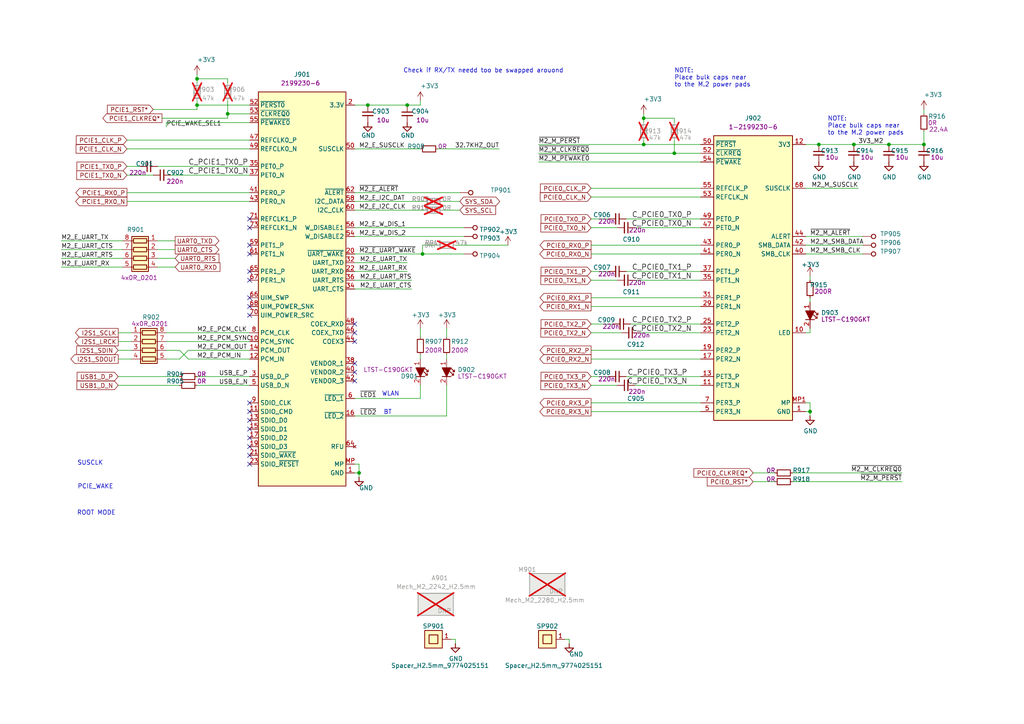
<source format=kicad_sch>
(kicad_sch (version 20231120) (generator "eeschema") (generator_version "8.0")
  (paper "A4")
  (junction (at 195.58 44.45))
  (junction (at 247.65 41.91))
  (junction (at 66.04 33.02))
  (junction (at 186.69 34.29))
  (junction (at 257.81 41.91))
  (junction (at 106.68 30.48))
  (junction (at 267.97 41.91))
  (junction (at 118.11 30.48))
  (junction (at 234.95 119.38))
  (junction (at 57.15 30.48))
  (junction (at 237.49 41.91))
  (junction (at 104.14 137.16))
  (junction (at 57.15 22.86))
  (junction (at 122.555 73.66))
  (junction (at 186.69 41.91))
  (no_connect (at 72.39 127))
  (no_connect (at 72.39 119.38))
  (no_connect (at 72.39 132.08))
  (no_connect (at 72.39 86.36))
  (no_connect (at 72.39 88.9))
  (no_connect (at 72.39 116.84))
  (no_connect (at 72.39 73.66))
  (no_connect (at 72.39 134.62))
  (no_connect (at 72.39 124.46))
  (no_connect (at 102.87 110.49))
  (no_connect (at 72.39 121.92))
  (no_connect (at 102.87 96.52))
  (no_connect (at 72.39 66.04))
  (no_connect (at 72.39 78.74))
  (no_connect (at 72.39 63.5))
  (no_connect (at 102.87 105.41))
  (no_connect (at 72.39 129.54))
  (no_connect (at 72.39 91.44))
  (no_connect (at 72.39 81.28))
  (no_connect (at 102.87 93.98))
  (no_connect (at 102.87 107.95))
  (no_connect (at 72.39 71.12))
  (no_connect (at 102.87 99.06))
  (wire (pts (xy 233.68 41.91) (xy 237.49 41.91)))
  (wire (pts (xy 233.68 71.12) (xy 250.19 71.12)))
  (wire (pts (xy 45.72 48.26) (xy 72.39 48.26)))
  (wire (pts (xy 203.2 86.36) (xy 171.45 86.36)))
  (wire (pts (xy 66.04 33.02) (xy 72.39 33.02)))
  (wire (pts (xy 234.95 116.84) (xy 233.68 116.84)))
  (wire (pts (xy 66.04 29.21) (xy 66.04 33.02)))
  (wire (pts (xy 121.92 95.25) (xy 121.92 97.79)))
  (wire (pts (xy 203.2 54.61) (xy 171.45 54.61)))
  (wire (pts (xy 57.15 30.48) (xy 72.39 30.48)))
  (wire (pts (xy 203.2 96.52) (xy 185.42 96.52)))
  (wire (pts (xy 203.2 66.04) (xy 184.15 66.04)))
  (wire (pts (xy 102.87 68.58) (xy 134.62 68.58)))
  (wire (pts (xy 203.2 101.6) (xy 171.45 101.6)))
  (wire (pts (xy 171.45 111.76) (xy 179.07 111.76)))
  (wire (pts (xy 36.83 48.26) (xy 40.64 48.26)))
  (wire (pts (xy 171.45 66.04) (xy 179.07 66.04)))
  (wire (pts (xy 66.04 34.29) (xy 66.04 33.02)))
  (wire (pts (xy 122.555 71.12) (xy 127 71.12)))
  (wire (pts (xy 102.87 76.2) (xy 118.11 76.2)))
  (wire (pts (xy 45.72 69.85) (xy 50.8 69.85)))
  (wire (pts (xy 203.2 88.9) (xy 171.45 88.9)))
  (wire (pts (xy 130.81 185.42) (xy 132.08 185.42)))
  (wire (pts (xy 203.2 111.76) (xy 184.15 111.76)))
  (wire (pts (xy 36.83 55.88) (xy 72.39 55.88)))
  (wire (pts (xy 34.29 104.14) (xy 38.1 104.14)))
  (wire (pts (xy 186.69 40.64) (xy 186.69 41.91)))
  (wire (pts (xy 171.45 93.98) (xy 177.8 93.98)))
  (wire (pts (xy 36.83 43.18) (xy 72.39 43.18)))
  (wire (pts (xy 267.97 31.75) (xy 267.97 33.02)))
  (wire (pts (xy 234.95 95.25) (xy 234.95 96.52)))
  (wire (pts (xy 233.68 54.61) (xy 248.92 54.61)))
  (wire (pts (xy 156.21 41.91) (xy 186.69 41.91)))
  (wire (pts (xy 203.2 93.98) (xy 182.88 93.98)))
  (wire (pts (xy 203.2 81.28) (xy 184.15 81.28)))
  (wire (pts (xy 102.87 58.42) (xy 123.19 58.42)))
  (wire (pts (xy 195.58 34.29) (xy 195.58 35.56)))
  (wire (pts (xy 257.81 41.91) (xy 247.65 41.91)))
  (wire (pts (xy 129.54 111.76) (xy 129.54 120.65)))
  (wire (pts (xy 48.26 35.56) (xy 72.39 35.56)))
  (wire (pts (xy 218.44 139.7) (xy 224.79 139.7)))
  (wire (pts (xy 128.27 60.96) (xy 133.35 60.96)))
  (wire (pts (xy 46.99 34.29) (xy 66.04 34.29)))
  (wire (pts (xy 34.29 99.06) (xy 38.1 99.06)))
  (wire (pts (xy 34.29 96.52) (xy 38.1 96.52)))
  (wire (pts (xy 127 43.18) (xy 144.78 43.18)))
  (wire (pts (xy 129.54 120.65) (xy 102.87 120.65)))
  (wire (pts (xy 129.54 102.87) (xy 129.54 104.14)))
  (wire (pts (xy 17.78 74.93) (xy 35.56 74.93)))
  (wire (pts (xy 129.54 95.25) (xy 129.54 97.79)))
  (wire (pts (xy 48.26 96.52) (xy 72.39 96.52)))
  (wire (pts (xy 104.14 134.62) (xy 104.14 137.16)))
  (wire (pts (xy 48.26 101.6) (xy 52.07 101.6)))
  (wire (pts (xy 181.61 109.22) (xy 203.2 109.22)))
  (wire (pts (xy 171.45 78.74) (xy 176.53 78.74)))
  (wire (pts (xy 44.45 31.75) (xy 57.15 31.75)))
  (wire (pts (xy 102.87 81.28) (xy 119.38 81.28)))
  (wire (pts (xy 186.69 41.91) (xy 203.2 41.91)))
  (wire (pts (xy 233.68 96.52) (xy 234.95 96.52)))
  (wire (pts (xy 17.78 69.85) (xy 35.56 69.85)))
  (wire (pts (xy 171.45 81.28) (xy 179.07 81.28)))
  (wire (pts (xy 121.92 29.21) (xy 121.92 30.48)))
  (wire (pts (xy 66.04 22.86) (xy 57.15 22.86)))
  (wire (pts (xy 156.21 46.99) (xy 203.2 46.99)))
  (wire (pts (xy 234.95 86.36) (xy 234.95 87.63)))
  (wire (pts (xy 203.2 78.74) (xy 181.61 78.74)))
  (wire (pts (xy 102.87 43.18) (xy 121.92 43.18)))
  (wire (pts (xy 203.2 63.5) (xy 181.61 63.5)))
  (wire (pts (xy 72.39 101.6) (xy 54.61 101.6)))
  (wire (pts (xy 229.87 139.7) (xy 261.62 139.7)))
  (wire (pts (xy 36.83 58.42) (xy 72.39 58.42)))
  (wire (pts (xy 45.72 74.93) (xy 50.8 74.93)))
  (wire (pts (xy 54.61 104.14) (xy 72.39 104.14)))
  (wire (pts (xy 203.2 57.15) (xy 171.45 57.15)))
  (wire (pts (xy 102.87 66.04) (xy 134.62 66.04)))
  (wire (pts (xy 48.26 104.14) (xy 52.07 104.14)))
  (wire (pts (xy 132.08 71.12) (xy 147.32 71.12)))
  (wire (pts (xy 121.92 115.57) (xy 121.92 111.76)))
  (wire (pts (xy 57.15 111.76) (xy 72.39 111.76)))
  (wire (pts (xy 267.97 41.91) (xy 257.81 41.91)))
  (wire (pts (xy 102.87 30.48) (xy 106.68 30.48)))
  (wire (pts (xy 45.72 72.39) (xy 50.8 72.39)))
  (wire (pts (xy 247.65 41.91) (xy 237.49 41.91)))
  (wire (pts (xy 36.83 40.64) (xy 72.39 40.64)))
  (wire (pts (xy 128.27 58.42) (xy 133.35 58.42)))
  (wire (pts (xy 34.29 111.76) (xy 52.07 111.76)))
  (wire (pts (xy 165.1 185.42) (xy 165.1 186.69)))
  (wire (pts (xy 203.2 116.84) (xy 171.45 116.84)))
  (wire (pts (xy 54.61 101.6) (xy 52.07 104.14)))
  (wire (pts (xy 17.78 72.39) (xy 35.56 72.39)))
  (wire (pts (xy 118.11 30.48) (xy 106.68 30.48)))
  (wire (pts (xy 195.58 44.45) (xy 203.2 44.45)))
  (wire (pts (xy 66.04 22.86) (xy 66.04 24.13)))
  (wire (pts (xy 203.2 104.14) (xy 171.45 104.14)))
  (wire (pts (xy 203.2 119.38) (xy 171.45 119.38)))
  (wire (pts (xy 104.14 138.43) (xy 104.14 137.16)))
  (wire (pts (xy 57.15 31.75) (xy 57.15 30.48)))
  (wire (pts (xy 102.87 60.96) (xy 123.19 60.96)))
  (wire (pts (xy 171.45 109.22) (xy 176.53 109.22)))
  (wire (pts (xy 72.39 50.8) (xy 49.53 50.8)))
  (wire (pts (xy 234.95 119.38) (xy 234.95 116.84)))
  (wire (pts (xy 118.11 30.48) (xy 121.92 30.48)))
  (wire (pts (xy 48.26 99.06) (xy 72.39 99.06)))
  (wire (pts (xy 163.83 185.42) (xy 165.1 185.42)))
  (wire (pts (xy 57.15 29.21) (xy 57.15 30.48)))
  (wire (pts (xy 203.2 73.66) (xy 171.45 73.66)))
  (wire (pts (xy 122.555 71.12) (xy 122.555 73.66)))
  (wire (pts (xy 132.08 185.42) (xy 132.08 186.69)))
  (wire (pts (xy 102.87 134.62) (xy 104.14 134.62)))
  (wire (pts (xy 234.95 80.01) (xy 234.95 81.28)))
  (wire (pts (xy 102.87 83.82) (xy 119.38 83.82)))
  (wire (pts (xy 17.78 77.47) (xy 35.56 77.47)))
  (wire (pts (xy 48.26 36.83) (xy 48.26 35.56)))
  (wire (pts (xy 229.87 137.16) (xy 261.62 137.16)))
  (wire (pts (xy 233.68 68.58) (xy 250.19 68.58)))
  (wire (pts (xy 34.29 101.6) (xy 38.1 101.6)))
  (wire (pts (xy 104.14 137.16) (xy 102.87 137.16)))
  (wire (pts (xy 218.44 137.16) (xy 224.79 137.16)))
  (wire (pts (xy 234.95 120.65) (xy 234.95 119.38)))
  (wire (pts (xy 121.92 102.87) (xy 121.92 104.14)))
  (wire (pts (xy 195.58 40.64) (xy 195.58 44.45)))
  (wire (pts (xy 102.87 73.66) (xy 122.555 73.66)))
  (wire (pts (xy 195.58 34.29) (xy 186.69 34.29)))
  (wire (pts (xy 233.68 119.38) (xy 234.95 119.38)))
  (wire (pts (xy 122.555 73.66) (xy 134.62 73.66)))
  (wire (pts (xy 57.15 22.86) (xy 57.15 24.13)))
  (wire (pts (xy 156.21 44.45) (xy 195.58 44.45)))
  (wire (pts (xy 45.72 77.47) (xy 50.8 77.47)))
  (wire (pts (xy 36.83 50.8) (xy 44.45 50.8)))
  (wire (pts (xy 186.69 33.02) (xy 186.69 34.29)))
  (wire (pts (xy 102.87 115.57) (xy 121.92 115.57)))
  (wire (pts (xy 52.07 101.6) (xy 54.61 104.14)))
  (wire (pts (xy 171.45 96.52) (xy 180.34 96.52)))
  (wire (pts (xy 186.69 34.29) (xy 186.69 35.56)))
  (wire (pts (xy 171.45 63.5) (xy 176.53 63.5)))
  (wire (pts (xy 233.68 73.66) (xy 250.19 73.66)))
  (wire (pts (xy 102.87 55.88) (xy 133.35 55.88)))
  (wire (pts (xy 203.2 71.12) (xy 171.45 71.12)))
  (wire (pts (xy 57.15 109.22) (xy 72.39 109.22)))
  (wire (pts (xy 34.29 109.22) (xy 52.07 109.22)))
  (wire (pts (xy 102.87 78.74) (xy 118.11 78.74)))
  (wire (pts (xy 57.15 21.59) (xy 57.15 22.86)))
  (wire (pts (xy 267.97 38.1) (xy 267.97 41.91)))
  (text "ROOT MODE" (at 27.94 148.844 0) (effects (font (size 1.27 1.27))))
  (text "SUSCLK" (at 26.162 134.366 0) (effects (font (size 1.27 1.27))))
  (text "NOTE:\nPlace bulk caps near \nto the M.2 power pads" (at 240.03 39.37 0) (effects (font (size 1.27 1.27)) (justify left bottom)))
  (text "PCIE_WAKE" (at 27.686 141.224 0) (effects (font (size 1.27 1.27))))
  (text "Check if RX/TX needd too be swapped arouond\n" (at 140.208 20.574 0) (effects (font (size 1.27 1.27))))
  (text "BT" (at 111.252 120.396 0) (effects (font (size 1.27 1.27)) (justify left bottom)))
  (text "NOTE:\nPlace bulk caps near \nto the M.2 power pads" (at 195.58 25.4 0) (effects (font (size 1.27 1.27)) (justify left bottom)))
  (text "WLAN\n" (at 110.744 115.062 0) (effects (font (size 1.27 1.27)) (justify left bottom)))
  (label "~{M2_M_CLKREQ0}" (at 156.21 44.45 0))
  (label "~{M2_M_CLKREQ0}" (at 261.62 137.16 180))
  (label "~{M2_M_ALERT}" (at 234.95 68.58 0))
  (label "M2_M_SUSCLK" (at 248.92 54.61 180))
  (label "~{M2_E_ALERT}" (at 104.14 55.88 0))
  (label "M2_E_UART_CTS" (at 119.38 83.82 180))
  (label "M2_E_SUSCLK" (at 104.14 43.18 0))
  (label "32.7KHZ_OUT" (at 144.78 43.18 180))
  (label "~{LED1}" (at 109.22 115.57 180))
  (label "M2_E_UART_RTS" (at 17.78 74.93 0))
  (label "M2_E_UART_RX" (at 17.78 77.47 0))
  (label "M2_E_UART_CTS" (at 17.78 72.39 0))
  (label "~{M2_M_PEWAKE0}" (at 156.21 46.99 0))
  (label "C_PCIE0_TX1_P" (at 200.66 78.74 180) (effects (font (size 1.524 1.524))))
  (label "M2_E_PCM_CLK" (at 57.15 96.52 0))
  (label "C_PCIE0_TX0_N" (at 200.66 66.04 180) (effects (font (size 1.524 1.524))))
  (label "C_PCIE0_TX3_P" (at 199.39 109.22 180) (effects (font (size 1.524 1.524))))
  (label "M2_E_UART_RTS" (at 119.38 81.28 180))
  (label "~{M2_M_PERST}" (at 261.62 139.7 180))
  (label "M2_E_W_DIS_1" (at 104.14 66.04 0))
  (label "C_PCIE0_TX1_N" (at 200.66 81.28 180) (effects (font (size 1.524 1.524))))
  (label "C_PCIE0_TX2_N" (at 200.66 96.52 180) (effects (font (size 1.524 1.524))))
  (label "~{LED2}" (at 109.22 120.65 180))
  (label "C_PCIE1_TX0_N" (at 54.61 50.8 0) (effects (font (size 1.524 1.524))))
  (label "M2_E_UART_TX" (at 17.78 69.85 0))
  (label "USB_E_P" (at 63.5 109.22 0))
  (label "M2_E_PCM_IN" (at 57.15 104.14 0))
  (label "M2_E_PCM_OUT" (at 57.15 101.6 0))
  (label "~{M2_E_UART_WAKE}" (at 104.14 73.66 0))
  (label "3V3_M2" (at 248.92 41.91 0))
  (label "M2_E_W_DIS_2" (at 104.14 68.58 0))
  (label "PCIE_WAKE_SEL1" (at 48.26 36.83 0))
  (label "USB_E_N" (at 63.5 111.76 0))
  (label "M2_E_PCM_SYNC" (at 57.15 99.06 0))
  (label "C_PCIE1_TX0_P" (at 54.61 48.26 0) (effects (font (size 1.524 1.524))))
  (label "C_PCIE0_TX0_P" (at 200.66 63.5 180) (effects (font (size 1.524 1.524))))
  (label "M2_M_SMB_CLK" (at 234.95 73.66 0))
  (label "M2_E_UART_RX" (at 118.11 78.74 180))
  (label "M2_E_I2C_DAT" (at 104.14 58.42 0))
  (label "M2_E_UART_TX" (at 118.11 76.2 180))
  (label "M2_E_I2C_CLK" (at 104.14 60.96 0))
  (label "~{M2_M_PERST}" (at 156.21 41.91 0))
  (label "C_PCIE0_TX2_P" (at 200.66 93.98 180) (effects (font (size 1.524 1.524))))
  (label "C_PCIE0_TX3_N" (at 199.39 111.76 180) (effects (font (size 1.524 1.524))))
  (label "M2_M_SMB_DATA" (at 234.95 71.12 0))
  (global_label "UART0_RXD" (shape input) (at 50.8 77.47 0) (property "Intersheetrefs" "${INTERSHEET_REFS}" (effects (hide yes))))
  (global_label "PCIE1_RX0_N" (shape output) (at 36.83 58.42 180) (property "Intersheetrefs" "${INTERSHEET_REFS}" (effects (hide yes))))
  (global_label "PCIE0_TX2_N" (shape input) (at 171.45 96.52 180) (property "Intersheetrefs" "${INTERSHEET_REFS}" (effects (hide yes))))
  (global_label "PCIE1_RST*" (shape input) (at 44.45 31.75 180) (property "Intersheetrefs" "${INTERSHEET_REFS}" (effects (hide yes))))
  (global_label "PCIE1_TX0_P" (shape input) (at 36.83 48.26 180) (property "Intersheetrefs" "${INTERSHEET_REFS}" (effects (hide yes))))
  (global_label "PCIE0_TX3_P" (shape input) (at 171.45 109.22 180) (property "Intersheetrefs" "${INTERSHEET_REFS}" (effects (hide yes))))
  (global_label "I2S1_SCLK" (shape output) (at 34.29 96.52 180) (property "Intersheetrefs" "${INTERSHEET_REFS}" (effects (hide yes))))
  (global_label "PCIE0_CLK_P" (shape input) (at 171.45 54.61 180) (property "Intersheetrefs" "${INTERSHEET_REFS}" (effects (hide yes))))
  (global_label "I2S1_SDIN" (shape input) (at 34.29 101.6 180) (property "Intersheetrefs" "${INTERSHEET_REFS}" (effects (hide yes))))
  (global_label "I2S1_SDOUT" (shape output) (at 34.29 104.14 180) (property "Intersheetrefs" "${INTERSHEET_REFS}" (effects (hide yes))))
  (global_label "USB1_D_N" (shape input) (at 34.29 111.76 180) (property "Intersheetrefs" "${INTERSHEET_REFS}" (effects (hide yes))))
  (global_label "PCIE0_RST*" (shape input) (at 218.44 139.7 180) (property "Intersheetrefs" "${INTERSHEET_REFS}" (effects (hide yes))))
  (global_label "PCIE0_TX3_N" (shape input) (at 171.45 111.76 180) (property "Intersheetrefs" "${INTERSHEET_REFS}" (effects (hide yes))))
  (global_label "PCIE1_CLKREQ*" (shape output) (at 46.99 34.29 180) (property "Intersheetrefs" "${INTERSHEET_REFS}" (effects (hide yes))))
  (global_label "PCIE0_TX0_N" (shape input) (at 171.45 66.04 180) (property "Intersheetrefs" "${INTERSHEET_REFS}" (effects (hide yes))))
  (global_label "PCIE0_TX0_P" (shape input) (at 171.45 63.5 180) (property "Intersheetrefs" "${INTERSHEET_REFS}" (effects (hide yes))))
  (global_label "PCIE1_TX0_N" (shape input) (at 36.83 50.8 180) (property "Intersheetrefs" "${INTERSHEET_REFS}" (effects (hide yes))))
  (global_label "PCIE0_RX2_P" (shape output) (at 171.45 101.6 180) (property "Intersheetrefs" "${INTERSHEET_REFS}" (effects (hide yes))))
  (global_label "PCIE0_RX1_N" (shape output) (at 171.45 88.9 180) (property "Intersheetrefs" "${INTERSHEET_REFS}" (effects (hide yes))))
  (global_label "SYS_SDA" (shape bidirectional) (at 133.35 58.42 0) (property "Intersheetrefs" "${INTERSHEET_REFS}" (effects (hide yes))))
  (global_label "PCIE0_TX1_P" (shape input) (at 171.45 78.74 180) (property "Intersheetrefs" "${INTERSHEET_REFS}" (effects (hide yes))))
  (global_label "PCIE0_RX3_N" (shape output) (at 171.45 119.38 180) (property "Intersheetrefs" "${INTERSHEET_REFS}" (effects (hide yes))))
  (global_label "PCIE0_CLKREQ*" (shape input) (at 218.44 137.16 180) (property "Intersheetrefs" "${INTERSHEET_REFS}" (effects (hide yes))))
  (global_label "UART0_CTS" (shape output) (at 50.8 72.39 0) (property "Intersheetrefs" "${INTERSHEET_REFS}" (effects (hide yes))))
  (global_label "SYS_SCL" (shape input) (at 133.35 60.96 0) (property "Intersheetrefs" "${INTERSHEET_REFS}" (effects (hide yes))))
  (global_label "PCIE0_RX0_P" (shape output) (at 171.45 71.12 180) (property "Intersheetrefs" "${INTERSHEET_REFS}" (effects (hide yes))))
  (global_label "PCIE0_RX3_P" (shape output) (at 171.45 116.84 180) (property "Intersheetrefs" "${INTERSHEET_REFS}" (effects (hide yes))))
  (global_label "PCIE1_CLK_P" (shape input) (at 36.83 40.64 180) (property "Intersheetrefs" "${INTERSHEET_REFS}" (effects (hide yes))))
  (global_label "UART0_RTS" (shape input) (at 50.8 74.93 0) (property "Intersheetrefs" "${INTERSHEET_REFS}" (effects (hide yes))))
  (global_label "UART0_TXD" (shape output) (at 50.8 69.85 0) (property "Intersheetrefs" "${INTERSHEET_REFS}" (effects (hide yes))))
  (global_label "PCIE0_RX2_N" (shape output) (at 171.45 104.14 180) (property "Intersheetrefs" "${INTERSHEET_REFS}" (effects (hide yes))))
  (global_label "PCIE0_TX1_N" (shape input) (at 171.45 81.28 180) (property "Intersheetrefs" "${INTERSHEET_REFS}" (effects (hide yes))))
  (global_label "I2S1_LRCK" (shape output) (at 34.29 99.06 180) (property "Intersheetrefs" "${INTERSHEET_REFS}" (effects (hide yes))))
  (global_label "PCIE0_RX1_P" (shape output) (at 171.45 86.36 180) (property "Intersheetrefs" "${INTERSHEET_REFS}" (effects (hide yes))))
  (global_label "PCIE1_CLK_N" (shape input) (at 36.83 43.18 180) (property "Intersheetrefs" "${INTERSHEET_REFS}" (effects (hide yes))))
  (global_label "PCIE0_RX0_N" (shape output) (at 171.45 73.66 180) (property "Intersheetrefs" "${INTERSHEET_REFS}" (effects (hide yes))))
  (global_label "PCIE1_RX0_P" (shape output) (at 36.83 55.88 180) (property "Intersheetrefs" "${INTERSHEET_REFS}" (effects (hide yes))))
  (global_label "PCIE0_TX2_P" (shape input) (at 171.45 93.98 180) (property "Intersheetrefs" "${INTERSHEET_REFS}" (effects (hide yes))))
  (global_label "USB1_D_P" (shape input) (at 34.29 109.22 180) (property "Intersheetrefs" "${INTERSHEET_REFS}" (effects (hide yes))))
  (global_label "PCIE0_CLK_N" (shape input) (at 171.45 57.15 180) (property "Intersheetrefs" "${INTERSHEET_REFS}" (effects (hide yes))))
  (symbol (lib_id "jetson-orin-baseboard:+3V3") (at 147.32 71.12 0) (unit 1)
    (property "Reference" "#PWR0908" (effects (hide yes)))
    (property "Value" "+3V3" (at 144.78 67.945 0) (effects (justify left bottom)))
  )
  (symbol (lib_id "jetson-orin-baseboard:R_0R_0402") (at 224.79 137.16 0) (unit 1)
    (property "Reference" "R917" (at 229.87 137.16 0) (effects (justify left bottom)))
    (property "Value" "R_0R_0402" (effects (hide yes)))
    (property "Footprint" "jetson-orin-baseboard-footprints:R_0402_1005Metric" (effects (hide yes)))
    (property "Datasheet" "https://industrial.panasonic.com/cdbs/www-data/pdf/RDA0000/AOA0000C301.pdf" (effects (hide yes)))
    (property "Manufacturer" "Panasonic" (effects (hide yes)))
    (property "MPN" "ERJ2GE0R00X" (effects (hide yes)))
    (property "Val" "0R" (at 222.25 137.16 0) (effects (justify left bottom)))
    (property "License" "Apache-2.0" (effects (hide yes)))
    (property "Author" "Antmicro" (effects (hide yes)))
    (property "Current" "1A" (effects (hide yes)))
  )
  (symbol (lib_id "jetson-orin-baseboard:C_10u_0603") (at 118.11 30.48 90) (mirror x) (unit 1)
    (property "Reference" "C904" (at 124.46 33.02 90) (effects (justify left bottom)))
    (property "Value" "20uF" (effects (hide yes)))
    (property "Footprint" "Capacitor_SMD:C_0603_1608Metric" (effects (hide yes)))
    (property "Datasheet" " " (effects (hide yes)))
    (property "Manufacturer" "Murata" (effects (hide yes)))
    (property "MPN" "GRM188R61A106KE69D" (effects (hide yes)))
    (property "Val" "10u" (at 124.46 35.56 90) (effects (justify left bottom)))
    (property "License" "Apache-2.0" (effects (hide yes)))
    (property "Author" "Antmicro" (effects (hide yes)))
  )
  (symbol (lib_id "jetson-orin-baseboard:TP_0.75mm_SMD") (at 250.19 68.58 0) (unit 1)
    (property "Reference" "TP905" (at 255.27 68.5799 0) (effects (justify left bottom)))
    (property "Value" "TP_0.75mm_SMD" (effects (hide yes)))
    (property "Footprint" "TestPoint:TestPoint_Pad_D1.0mm" (effects (hide yes)))
    (property "Author" "Antmicro" (effects (hide yes)))
    (property "License" "Apache-2.0" (effects (hide yes)))
  )
  (symbol (lib_id "jetson-orin-baseboard:TP_0.75mm_SMD") (at 250.19 73.66 0) (unit 1)
    (property "Reference" "TP907" (at 255.27 73.6599 0) (effects (justify left bottom)))
    (property "Value" "TP_0.75mm_SMD" (effects (hide yes)))
    (property "Footprint" "TestPoint:TestPoint_Pad_D1.0mm" (effects (hide yes)))
    (property "Author" "Antmicro" (effects (hide yes)))
    (property "License" "Apache-2.0" (effects (hide yes)))
  )
  (symbol (lib_id "jetson-orin-baseboard:GND") (at 234.95 120.65 0) (unit 1)
    (property "Reference" "#PWR0912" (effects (hide yes)))
    (property "Value" "GND" (at 233.045 125.73 0) (effects (justify left bottom)))
    (property "Author" "Antmicro" (effects (hide yes)))
    (property "License" "Apache-2.0" (effects (hide yes)))
  )
  (symbol (lib_id "jetson-orin-baseboard:R_0R_0402") (at 52.07 109.22 0) (unit 1)
    (property "Reference" "R904" (at 48.26 109.22 0) (effects (justify left bottom)))
    (property "Value" "0R" (effects (hide yes)))
    (property "Footprint" "Resistor_SMD:R_0603_1608Metric" (effects (hide yes)))
    (property "Datasheet" "https://industrial.panasonic.com/cdbs/www-data/pdf/RDA0000/AOA0000C301.pdf" (effects (hide yes)))
    (property "Manufacturer" "Panasonic" (effects (hide yes)))
    (property "MPN" "ERJ2GE0R00X" (effects (hide yes)))
    (property "Val" "0R" (at 57.15 109.22 0) (effects (justify left bottom)))
    (property "License" "Apache-2.0" (effects (hide yes)))
    (property "Author" "Antmicro" (effects (hide yes)))
    (property "Current" "1A" (effects (hide yes)))
  )
  (symbol (lib_id "jetson-orin-baseboard:+3V3") (at 234.95 80.01 0) (unit 1)
    (property "Reference" "#PWR0911" (effects (hide yes)))
    (property "Value" "+3V3" (at 232.41 77.47 0) (effects (justify left bottom)))
  )
  (symbol (lib_id "jetson-orin-baseboard:C_220n_0402") (at 184.15 66.04 180) (unit 1)
    (property "Reference" "C910" (at 185.674 68.707 0) (effects (justify left bottom)))
    (property "Value" "220nF" (effects (hide yes)))
    (property "Footprint" "Capacitor_SMD:C_0603_1608Metric" (effects (hide yes)))
    (property "Datasheet" " " (effects (hide yes)))
    (property "Manufacturer" "Yaego" (effects (hide yes)))
    (property "MPN" "CC0402KRX5R6BB224" (effects (hide yes)))
    (property "Val" "220n" (at 187.325 66.04 0) (effects (justify left bottom)))
    (property "License" "Apache-2.0" (effects (hide yes)))
    (property "Author" "Antmicro" (effects (hide yes)))
  )
  (symbol (lib_id "jetson-orin-baseboard:GND") (at 165.1 186.69 0) (unit 1)
    (property "Reference" "#PWR0918" (effects (hide yes)))
    (property "Value" "GND" (at 165.1 190.5 0) (effects (justify left bottom)))
    (property "Author" "Antmicro" (effects (hide yes)))
    (property "License" "Apache-2.0" (effects (hide yes)))
  )
  (symbol (lib_id "jetson-orin-baseboard:R_4x0R_0201_array") (at 38.1 96.52 0) (unit 1)
    (property "Reference" "R902" (at 41.275 92.71 0) (effects (justify left bottom)))
    (property "Value" "R_4x0R_0201_array" (effects (hide yes)))
    (property "Footprint" "jetson-orin-baseboard-footprints:R_Array_4x0201_Panasonic_EXB18V" (effects (hide yes)))
    (property "Datasheet" "http://industrial.panasonic.com/cdbs/www-data/pdf/AOC0000/AOC0000C14.pdf" (effects (hide yes)))
    (property "MPN" "EXB-18VR000X" (effects (hide yes)))
    (property "Manufacturer" "Panasonic" (effects (hide yes)))
    (property "Val" "4x0R_0201" (at 38.1 94.615 0) (effects (justify left bottom)))
    (property "Author" "Antmicro" (effects (hide yes)))
    (property "License" "Apache-2.0" (effects (hide yes)))
  )
  (symbol (lib_id "jetson-orin-baseboard:LED_G_0603_LTST-C190GKT") (at 129.54 104.14 270) (unit 1)
    (property "Reference" "D902" (at 132.715 107.95 90) (effects (justify left bottom)))
    (property "Value" "LED_G_0603_LTST-C190GKT" (effects (hide yes)))
    (property "Footprint" "jetson-orin-baseboard-footprints:LED_0603_1608Metric_G" (effects (hide yes)))
    (property "Datasheet" "https://media.digikey.com/pdf/Data%20Sheets/Lite-On%20PDFs/LTST-C190GKT.pdf" (effects (hide yes)))
    (property "MPN" "LTST-C190GKT" (at 132.715 109.855 90) (effects (justify left bottom)))
    (property "Manufacturer" "Lite-On Inc." (effects (hide yes)))
    (property "Author" "Antmicro" (effects (hide yes)))
    (property "License" "Apache-2.0" (effects (hide yes)))
  )
  (symbol (lib_id "jetson-orin-baseboard:LED_G_0603_LTST-C190GKT") (at 234.95 87.63 270) (unit 1)
    (property "Reference" "D903" (at 238.125 91.44 90) (effects (justify left bottom)))
    (property "Value" "LED_G_0603_LTST-C190GKT" (effects (hide yes)))
    (property "Footprint" "jetson-orin-baseboard-footprints:LED_0603_1608Metric_G" (effects (hide yes)))
    (property "Datasheet" "https://media.digikey.com/pdf/Data%20Sheets/Lite-On%20PDFs/LTST-C190GKT.pdf" (effects (hide yes)))
    (property "MPN" "LTST-C190GKT" (at 238.125 93.345 90) (effects (justify left bottom)))
    (property "Manufacturer" "Lite-On Inc." (effects (hide yes)))
    (property "Author" "Antmicro" (effects (hide yes)))
    (property "License" "Apache-2.0" (effects (hide yes)))
  )
  (symbol (lib_id "jetson-orin-baseboard:R_0R_0402") (at 123.19 58.42 0) (unit 1) (in_bom no) (dnp yes)
    (property "Reference" "R909" (at 119.38 58.42 0) (effects (justify left bottom)))
    (property "Value" "0R" (effects (hide yes)))
    (property "Footprint" "Resistor_SMD:R_0603_1608Metric" (effects (hide yes)))
    (property "Datasheet" "https://industrial.panasonic.com/cdbs/www-data/pdf/RDA0000/AOA0000C301.pdf" (effects (hide yes)))
    (property "Manufacturer" "Panasonic" (effects (hide yes)))
    (property "MPN" "ERJ2GE0R00X" (effects (hide yes)))
    (property "Val" "0R" (at 128.27 58.42 0) (effects (justify left bottom)))
    (property "License" "Apache-2.0" (effects (hide yes)))
    (property "Author" "Antmicro" (effects (hide yes)))
    (property "Current" "1A" (effects (hide yes)))
    (property "DNP" "DNP" (at 125.73 58.42 0))
  )
  (symbol (lib_id "jetson-orin-baseboard:R_4x0R_0201_array") (at 45.72 69.85 0) (mirror y) (unit 1)
    (property "Reference" "R901" (at 41.91 67.31 0) (effects (justify left bottom)))
    (property "Value" "R_4x0R_0201_array" (effects (hide yes)))
    (property "Footprint" "jetson-orin-baseboard-footprints:R_Array_4x0201_Panasonic_EXB18V" (effects (hide yes)))
    (property "Datasheet" "http://industrial.panasonic.com/cdbs/www-data/pdf/AOC0000/AOC0000C14.pdf" (effects (hide yes)))
    (property "MPN" "EXB-18VR000X" (effects (hide yes)))
    (property "Manufacturer" "Panasonic" (effects (hide yes)))
    (property "Val" "4x0R_0201" (at 45.72 81.28 0) (effects (justify left bottom)))
    (property "Author" "Antmicro" (effects (hide yes)))
    (property "License" "Apache-2.0" (effects (hide yes)))
  )
  (symbol (lib_id "jetson-orin-baseboard:Bus_M.2_1-2199230-6") (at 203.2 41.91 0) (unit 1)
    (property "Reference" "J902" (at 218.44 34.29 0))
    (property "Value" "Bus_M.2_1-2199230-6" (effects (hide yes)))
    (property "Footprint" "jetson-orin-baseboard-footprints:Bus_M.2_Socket_Key_M_TE_1-2199230-6" (effects (hide yes)))
    (property "Datasheet" "https://www.te.com/commerce/DocumentDelivery/DDEController?Action=srchrtrv&DocNm=2199230&DocType=Customer+Drawing&DocLang=English" (effects (hide yes)))
    (property "Manufacturer" "TE Connectivity" (effects (hide yes)))
    (property "MPN" "1-2199230-6" (at 218.44 36.83 0))
    (property "Author" "Antmicro" (effects (hide yes)))
    (property "License" "Apache-2.0" (effects (hide yes)))
  )
  (symbol (lib_id "jetson-orin-baseboard:C_10u_0603") (at 106.68 30.48 90) (mirror x) (unit 1)
    (property "Reference" "C903" (at 113.03 33.02 90) (effects (justify left bottom)))
    (property "Value" "20uF" (effects (hide yes)))
    (property "Footprint" "Capacitor_SMD:C_0603_1608Metric" (effects (hide yes)))
    (property "Datasheet" " " (effects (hide yes)))
    (property "Manufacturer" "Murata" (effects (hide yes)))
    (property "MPN" "GRM188R61A106KE69D" (effects (hide yes)))
    (property "Val" "10u" (at 113.03 35.56 90) (effects (justify left bottom)))
    (property "License" "Apache-2.0" (effects (hide yes)))
    (property "Author" "Antmicro" (effects (hide yes)))
  )
  (symbol (lib_id "jetson-orin-baseboard:R_0R_0402") (at 121.92 43.18 0) (unit 1)
    (property "Reference" "R908" (at 118.11 43.18 0) (effects (justify left bottom)))
    (property "Value" "0R" (effects (hide yes)))
    (property "Footprint" "Resistor_SMD:R_0603_1608Metric" (effects (hide yes)))
    (property "Datasheet" "https://industrial.panasonic.com/cdbs/www-data/pdf/RDA0000/AOA0000C301.pdf" (effects (hide yes)))
    (property "Manufacturer" "Panasonic" (effects (hide yes)))
    (property "MPN" "ERJ2GE0R00X" (effects (hide yes)))
    (property "Val" "0R" (at 127 43.18 0) (effects (justify left bottom)))
    (property "License" "Apache-2.0" (effects (hide yes)))
    (property "Author" "Antmicro" (effects (hide yes)))
    (property "Current" "1A" (effects (hide yes)))
  )
  (symbol (lib_id "jetson-orin-baseboard:R_0R_0402") (at 52.07 111.76 0) (mirror x) (unit 1)
    (property "Reference" "R905" (at 48.26 109.855 0) (effects (justify left bottom)))
    (property "Value" "0R" (effects (hide yes)))
    (property "Footprint" "Resistor_SMD:R_0603_1608Metric" (effects (hide yes)))
    (property "Datasheet" "https://industrial.panasonic.com/cdbs/www-data/pdf/RDA0000/AOA0000C301.pdf" (effects (hide yes)))
    (property "Manufacturer" "Panasonic" (effects (hide yes)))
    (property "MPN" "ERJ2GE0R00X" (effects (hide yes)))
    (property "Val" "0R" (at 57.15 109.855 0) (effects (justify left bottom)))
    (property "License" "Apache-2.0" (effects (hide yes)))
    (property "Author" "Antmicro" (effects (hide yes)))
    (property "Current" "1A" (effects (hide yes)))
  )
  (symbol (lib_id "jetson-orin-baseboard:R_47k_0402") (at 127 71.12 0) (unit 1) (in_bom no) (dnp yes)
    (property "Reference" "R911" (at 123.19 71.12 0) (effects (justify left bottom)))
    (property "Value" "47K" (effects (hide yes)))
    (property "Footprint" "Resistor_SMD:R_0603_1608Metric" (effects (hide yes)))
    (property "Datasheet" "https://www.bourns.com/docs/product-datasheets/cr.pdf" (effects (hide yes)))
    (property "Manufacturer" "Bourns" (effects (hide yes)))
    (property "MPN" "CR0402-FX-4702GLF" (effects (hide yes)))
    (property "Val" "47k" (at 132.08 71.12 0) (effects (justify left bottom)))
    (property "License" "Apache-2.0" (effects (hide yes)))
    (property "Author" "Antmicro" (effects (hide yes)))
    (property "Tolerance" "1%" (effects (hide yes)))
    (property "DNP" "DNP" (at 124.968 71.12 0))
  )
  (symbol (lib_id "jetson-orin-baseboard:TP_0.75mm_SMD") (at 134.62 68.58 0) (unit 1)
    (property "Reference" "TP903" (at 139.065 69.85 0) (effects (justify left bottom)))
    (property "Value" "TP_0.75mm_SMD" (effects (hide yes)))
    (property "Footprint" "TestPoint:TestPoint_Pad_D1.0mm" (effects (hide yes)))
    (property "Author" "Antmicro" (effects (hide yes)))
    (property "License" "Apache-2.0" (effects (hide yes)))
  )
  (symbol (lib_id "jetson-orin-baseboard:R_200R_0402") (at 121.92 102.87 90) (unit 1)
    (property "Reference" "R907" (at 123.19 99.06 90) (effects (justify right)))
    (property "Value" "200R" (effects (hide yes)))
    (property "Footprint" "Resistor_SMD:R_0603_1608Metric" (effects (hide yes)))
    (property "Datasheet" "https://www.bourns.com/docs/product-datasheets/cr.pdf" (effects (hide yes)))
    (property "Manufacturer" "Bourns" (effects (hide yes)))
    (property "MPN" "CR0402-FX-2000GLF" (effects (hide yes)))
    (property "Val" "200R" (at 123.19 101.6 90) (effects (justify right)))
    (property "License" "Apache-2.0" (effects (hide yes)))
    (property "Author" "Antmicro" (effects (hide yes)))
    (property "Tolerance" "1%" (effects (hide yes)))
  )
  (symbol (lib_id "jetson-orin-baseboard:GND") (at 267.97 46.99 0) (unit 1)
    (property "Reference" "#PWR0917" (effects (hide yes)))
    (property "Value" "GND" (at 266.065 52.07 0) (effects (justify left bottom)))
    (property "Author" "Antmicro" (effects (hide yes)))
    (property "License" "Apache-2.0" (effects (hide yes)))
  )
  (symbol (lib_id "jetson-orin-baseboard:+3V3") (at 267.97 31.75 0) (unit 1)
    (property "Reference" "#PWR0916" (effects (hide yes)))
    (property "Value" "+3V3" (at 267.97 28.194 0) (effects (justify left bottom)))
  )
  (symbol (lib_id "jetson-orin-baseboard:C_10u_0603") (at 247.65 41.91 90) (mirror x) (unit 1)
    (property "Reference" "C914" (at 253.365 44.45 90) (effects (justify left bottom)))
    (property "Value" "20uF" (effects (hide yes)))
    (property "Footprint" "Capacitor_SMD:C_0603_1608Metric" (effects (hide yes)))
    (property "Datasheet" " " (effects (hide yes)))
    (property "Manufacturer" "Murata" (effects (hide yes)))
    (property "MPN" "GRM188R61A106KE69D" (effects (hide yes)))
    (property "Val" "10u" (at 253.365 46.355 90) (effects (justify left bottom)))
    (property "License" "Apache-2.0" (effects (hide yes)))
    (property "Author" "Antmicro" (effects (hide yes)))
  )
  (symbol (lib_id "jetson-orin-baseboard:R_47k_0402") (at 66.04 24.13 90) (mirror x) (unit 1) (in_bom no) (dnp yes)
    (property "Reference" "R906" (at 71.12 26.67 90) (effects (justify left bottom)))
    (property "Value" "47K" (effects (hide yes)))
    (property "Footprint" "Resistor_SMD:R_0603_1608Metric" (effects (hide yes)))
    (property "Datasheet" "https://www.bourns.com/docs/product-datasheets/cr.pdf" (effects (hide yes)))
    (property "Manufacturer" "Bourns" (effects (hide yes)))
    (property "MPN" "CR0402-FX-4702GLF" (effects (hide yes)))
    (property "Val" "47k" (at 71.12 29.21 90) (effects (justify left bottom)))
    (property "License" "Apache-2.0" (effects (hide yes)))
    (property "Author" "Antmicro" (effects (hide yes)))
    (property "Tolerance" "1%" (effects (hide yes)))
    (property "DNP" "DNP" (at 66.04 26.67 0))
  )
  (symbol (lib_id "jetson-orin-baseboard:TP_0.75mm_SMD") (at 134.62 73.66 0) (unit 1)
    (property "Reference" "TP904" (at 139.065 74.93 0) (effects (justify left bottom)))
    (property "Value" "TP_0.75mm_SMD" (effects (hide yes)))
    (property "Footprint" "TestPoint:TestPoint_Pad_D1.0mm" (effects (hide yes)))
    (property "Author" "Antmicro" (effects (hide yes)))
    (property "License" "Apache-2.0" (effects (hide yes)))
  )
  (symbol (lib_id "jetson-orin-baseboard:C_220n_0402") (at 185.42 96.52 180) (unit 1)
    (property "Reference" "C912" (at 186.944 99.187 0) (effects (justify left bottom)))
    (property "Value" "220nF" (effects (hide yes)))
    (property "Footprint" "Capacitor_SMD:C_0603_1608Metric" (effects (hide yes)))
    (property "Datasheet" " " (effects (hide yes)))
    (property "Manufacturer" "Yaego" (effects (hide yes)))
    (property "MPN" "CC0402KRX5R6BB224" (effects (hide yes)))
    (property "Val" "220n" (at 188.595 96.52 0) (effects (justify left bottom)))
    (property "License" "Apache-2.0" (effects (hide yes)))
    (property "Author" "Antmicro" (effects (hide yes)))
  )
  (symbol (lib_id "jetson-orin-baseboard:C_220n_0402") (at 40.64 48.26 0) (unit 1)
    (property "Reference" "C901" (at 39.37 48.26 0) (effects (justify left bottom)))
    (property "Value" "220nF" (effects (hide yes)))
    (property "Footprint" "Capacitor_SMD:C_0603_1608Metric" (effects (hide yes)))
    (property "Datasheet" " " (effects (hide yes)))
    (property "Manufacturer" "Yaego" (effects (hide yes)))
    (property "MPN" "CC0402KRX5R6BB224" (effects (hide yes)))
    (property "Val" "220n" (at 37.465 50.8 0) (effects (justify left bottom)))
    (property "License" "Apache-2.0" (effects (hide yes)))
    (property "Author" "Antmicro" (effects (hide yes)))
  )
  (symbol (lib_id "jetson-orin-baseboard:GND") (at 132.08 186.69 0) (unit 1)
    (property "Reference" "#PWR0909" (effects (hide yes)))
    (property "Value" "GND" (at 130.175 191.77 0) (effects (justify left bottom)))
    (property "Author" "Antmicro" (effects (hide yes)))
    (property "License" "Apache-2.0" (effects (hide yes)))
  )
  (symbol (lib_id "jetson-orin-baseboard:GND") (at 257.81 46.99 0) (unit 1)
    (property "Reference" "#PWR0915" (effects (hide yes)))
    (property "Value" "GND" (at 255.905 52.07 0) (effects (justify left bottom)))
    (property "Author" "Antmicro" (effects (hide yes)))
    (property "License" "Apache-2.0" (effects (hide yes)))
  )
  (symbol (lib_id "jetson-orin-baseboard:LED_G_0603_LTST-C190GKT") (at 121.92 104.14 270) (unit 1)
    (property "Reference" "D901" (at 116.205 109.855 90) (effects (justify left bottom)))
    (property "Value" "LED_G_0603_LTST-C190GKT" (effects (hide yes)))
    (property "Footprint" "jetson-orin-baseboard-footprints:LED_0603_1608Metric_G" (effects (hide yes)))
    (property "Datasheet" "https://media.digikey.com/pdf/Data%20Sheets/Lite-On%20PDFs/LTST-C190GKT.pdf" (effects (hide yes)))
    (property "MPN" "LTST-C190GKT" (at 105.41 107.95 90) (effects (justify left bottom)))
    (property "Manufacturer" "Lite-On Inc." (effects (hide yes)))
    (property "Author" "Antmicro" (effects (hide yes)))
    (property "License" "Apache-2.0" (effects (hide yes)))
  )
  (symbol (lib_id "jetson-orin-baseboard:R_0R_0402") (at 123.19 60.96 0) (unit 1) (in_bom no) (dnp yes)
    (property "Reference" "R910" (at 119.38 60.96 0) (effects (justify left bottom)))
    (property "Value" "0R" (effects (hide yes)))
    (property "Footprint" "Resistor_SMD:R_0603_1608Metric" (effects (hide yes)))
    (property "Datasheet" "https://industrial.panasonic.com/cdbs/www-data/pdf/RDA0000/AOA0000C301.pdf" (effects (hide yes)))
    (property "Manufacturer" "Panasonic" (effects (hide yes)))
    (property "MPN" "ERJ2GE0R00X" (effects (hide yes)))
    (property "Val" "0R" (at 128.27 60.96 0) (effects (justify left bottom)))
    (property "License" "Apache-2.0" (effects (hide yes)))
    (property "Author" "Antmicro" (effects (hide yes)))
    (property "Current" "1A" (effects (hide yes)))
    (property "DNP" "DNP" (at 125.73 60.96 0))
  )
  (symbol (lib_id "jetson-orin-baseboard:TP_0.75mm_SMD") (at 133.35 55.88 0) (unit 1)
    (property "Reference" "TP901" (at 142.24 55.88 0) (effects (justify left bottom)))
    (property "Value" "TP_0.75mm_SMD" (effects (hide yes)))
    (property "Footprint" "TestPoint:TestPoint_Pad_D1.0mm" (effects (hide yes)))
    (property "Author" "Antmicro" (effects (hide yes)))
    (property "License" "Apache-2.0" (effects (hide yes)))
  )
  (symbol (lib_id "jetson-orin-baseboard:C_220n_0402") (at 181.61 63.5 180) (unit 1)
    (property "Reference" "C906" (at 177.165 61.595 0) (effects (justify left bottom)))
    (property "Value" "220nF" (effects (hide yes)))
    (property "Footprint" "Capacitor_SMD:C_0603_1608Metric" (effects (hide yes)))
    (property "Datasheet" " " (effects (hide yes)))
    (property "Manufacturer" "Yaego" (effects (hide yes)))
    (property "MPN" "CC0402KRX5R6BB224" (effects (hide yes)))
    (property "Val" "220n" (at 178.435 63.5 0) (effects (justify left bottom)))
    (property "License" "Apache-2.0" (effects (hide yes)))
    (property "Author" "Antmicro" (effects (hide yes)))
  )
  (symbol (lib_id "jetson-orin-baseboard:C_10u_0603") (at 237.49 41.91 90) (mirror x) (unit 1)
    (property "Reference" "C913" (at 243.205 44.45 90) (effects (justify left bottom)))
    (property "Value" "20uF" (effects (hide yes)))
    (property "Footprint" "Capacitor_SMD:C_0603_1608Metric" (effects (hide yes)))
    (property "Datasheet" " " (effects (hide yes)))
    (property "Manufacturer" "Murata" (effects (hide yes)))
    (property "MPN" "GRM188R61A106KE69D" (effects (hide yes)))
    (property "Val" "10u" (at 243.205 46.355 90) (effects (justify left bottom)))
    (property "License" "Apache-2.0" (effects (hide yes)))
    (property "Author" "Antmicro" (effects (hide yes)))
  )
  (symbol (lib_id "jetson-orin-baseboard:C_220n_0402") (at 181.61 78.74 180) (unit 1)
    (property "Reference" "C907" (at 177.165 76.835 0) (effects (justify left bottom)))
    (property "Value" "220nF" (effects (hide yes)))
    (property "Footprint" "Capacitor_SMD:C_0603_1608Metric" (effects (hide yes)))
    (property "Datasheet" " " (effects (hide yes)))
    (property "Manufacturer" "Yaego" (effects (hide yes)))
    (property "MPN" "CC0402KRX5R6BB224" (effects (hide yes)))
    (property "Val" "220n" (at 178.435 78.74 0) (effects (justify left bottom)))
    (property "License" "Apache-2.0" (effects (hide yes)))
    (property "Author" "Antmicro" (effects (hide yes)))
  )
  (symbol (lib_id "jetson-orin-baseboard:C_10u_0603") (at 257.81 41.91 90) (mirror x) (unit 1)
    (property "Reference" "C915" (at 263.525 44.45 90) (effects (justify left bottom)))
    (property "Value" "20uF" (effects (hide yes)))
    (property "Footprint" "Capacitor_SMD:C_0603_1608Metric" (effects (hide yes)))
    (property "Datasheet" " " (effects (hide yes)))
    (property "Manufacturer" "Murata" (effects (hide yes)))
    (property "MPN" "GRM188R61A106KE69D" (effects (hide yes)))
    (property "Val" "10u" (at 263.525 46.355 90) (effects (justify left bottom)))
    (property "License" "Apache-2.0" (effects (hide yes)))
    (property "Author" "Antmicro" (effects (hide yes)))
  )
  (symbol (lib_id "jetson-orin-baseboard:R_200R_0402") (at 129.54 102.87 90) (unit 1)
    (property "Reference" "R912" (at 130.81 99.06 90) (effects (justify right)))
    (property "Value" "200R" (effects (hide yes)))
    (property "Footprint" "Resistor_SMD:R_0603_1608Metric" (effects (hide yes)))
    (property "Datasheet" "https://www.bourns.com/docs/product-datasheets/cr.pdf" (effects (hide yes)))
    (property "Manufacturer" "Bourns" (effects (hide yes)))
    (property "MPN" "CR0402-FX-2000GLF" (effects (hide yes)))
    (property "Val" "200R" (at 130.81 101.6 90) (effects (justify right)))
    (property "License" "Apache-2.0" (effects (hide yes)))
    (property "Author" "Antmicro" (effects (hide yes)))
    (property "Tolerance" "1%" (effects (hide yes)))
  )
  (symbol (lib_id "jetson-orin-baseboard:+3V3") (at 129.54 95.25 0) (unit 1)
    (property "Reference" "#PWR0905" (effects (hide yes)))
    (property "Value" "+3V3" (at 127 92.075 0) (effects (justify left bottom)))
  )
  (symbol (lib_id "jetson-orin-baseboard:C_220n_0402") (at 184.15 81.28 180) (unit 1)
    (property "Reference" "C911" (at 185.674 83.947 0) (effects (justify left bottom)))
    (property "Value" "220nF" (effects (hide yes)))
    (property "Footprint" "Capacitor_SMD:C_0603_1608Metric" (effects (hide yes)))
    (property "Datasheet" " " (effects (hide yes)))
    (property "Manufacturer" "Yaego" (effects (hide yes)))
    (property "MPN" "CC0402KRX5R6BB224" (effects (hide yes)))
    (property "Val" "220n" (at 187.325 81.28 0) (effects (justify left bottom)))
    (property "License" "Apache-2.0" (effects (hide yes)))
    (property "Author" "Antmicro" (effects (hide yes)))
  )
  (symbol (lib_id "jetson-orin-baseboard:R_0R_22.4A_0603") (at 267.97 38.1 90) (unit 1)
    (property "Reference" "R916" (at 274.32 33.02 90) (effects (justify left bottom)))
    (property "Value" "0R 22A" (effects (hide yes)))
    (property "Footprint" "Resistor_SMD:R_0603_1608Metric" (effects (hide yes)))
    (property "Datasheet" "https://fscdn.rohm.com/en/products/databook/datasheet/passive/resistor/chip_resistor/pmr-jpw-e.pdf" (effects (hide yes)))
    (property "Manufacturer" "ROHM Semiconductor" (effects (hide yes)))
    (property "MPN" "PMR03EZPJ000" (effects (hide yes)))
    (property "Val" "0R" (at 271.78 34.925 90) (effects (justify left bottom)))
    (property "Author" "Antmicro" (effects (hide yes)))
    (property "License" "Apache-2.0" (effects (hide yes)))
    (property "Max. Curr." "22.4A" (at 274.955 36.83 90) (effects (justify left bottom)))
  )
  (symbol (lib_id "jetson-orin-baseboard:Spacer_Drill3.7mm_H2.5mm_9774025151R") (at 130.81 185.42 180) (unit 1)
    (property "Reference" "SP901" (at 125.73 181.61 0))
    (property "Value" "Spacer_H2.5mm_9774025151" (at 127.635 193.04 0))
    (property "Footprint" "jetson-orin-baseboard-footprints:Spacer_Drill3.7mm_H2.5mm_9774025151R" (effects (hide yes)))
    (property "Datasheet" "https://www.we-online.com/components/products/datasheet/9774025151.pdf" (effects (hide yes)))
    (property "Manufacturer" "Würth Elektronik" (effects (hide yes)))
    (property "MPN" "9774025151R" (effects (hide yes)))
    (property "Author" "Antmicro" (effects (hide yes)))
    (property "License" "Apache-2.0" (effects (hide yes)))
  )
  (symbol (lib_id "jetson-orin-baseboard:GND") (at 247.65 46.99 0) (unit 1)
    (property "Reference" "#PWR0914" (effects (hide yes)))
    (property "Value" "GND" (at 245.745 52.07 0) (effects (justify left bottom)))
    (property "Author" "Antmicro" (effects (hide yes)))
    (property "License" "Apache-2.0" (effects (hide yes)))
  )
  (symbol (lib_id "jetson-orin-baseboard:R_47k_0402") (at 195.58 35.56 90) (mirror x) (unit 1) (in_bom no) (dnp yes)
    (property "Reference" "R914" (at 200.66 38.735 90) (effects (justify left bottom)))
    (property "Value" "47K" (effects (hide yes)))
    (property "Footprint" "Resistor_SMD:R_0603_1608Metric" (effects (hide yes)))
    (property "Datasheet" "https://www.bourns.com/docs/product-datasheets/cr.pdf" (effects (hide yes)))
    (property "Manufacturer" "Bourns" (effects (hide yes)))
    (property "MPN" "CR0402-FX-4702GLF" (effects (hide yes)))
    (property "Val" "47k" (at 200.66 40.64 90) (effects (justify left bottom)))
    (property "License" "Apache-2.0" (effects (hide yes)))
    (property "Author" "Antmicro" (effects (hide yes)))
    (property "Tolerance" "1%" (effects (hide yes)))
    (property "DNP" "DNP" (at 195.58 38.1 0))
  )
  (symbol (lib_id "jetson-orin-baseboard:C_220n_0402") (at 182.88 93.98 180) (unit 1)
    (property "Reference" "C909" (at 178.435 92.075 0) (effects (justify left bottom)))
    (property "Value" "220nF" (effects (hide yes)))
    (property "Footprint" "Capacitor_SMD:C_0603_1608Metric" (effects (hide yes)))
    (property "Datasheet" " " (effects (hide yes)))
    (property "Manufacturer" "Yaego" (effects (hide yes)))
    (property "MPN" "CC0402KRX5R6BB224" (effects (hide yes)))
    (property "Val" "220n" (at 179.705 93.98 0) (effects (justify left bottom)))
    (property "License" "Apache-2.0" (effects (hide yes)))
    (property "Author" "Antmicro" (effects (hide yes)))
  )
  (symbol (lib_id "jetson-orin-baseboard:TP_0.75mm_SMD") (at 250.19 71.12 0) (unit 1)
    (property "Reference" "TP906" (at 255.27 71.1199 0) (effects (justify left bottom)))
    (property "Value" "TP_0.75mm_SMD" (effects (hide yes)))
    (property "Footprint" "TestPoint:TestPoint_Pad_D1.0mm" (effects (hide yes)))
    (property "Author" "Antmicro" (effects (hide yes)))
    (property "License" "Apache-2.0" (effects (hide yes)))
  )
  (symbol (lib_id "jetson-orin-baseboard:Spacer_Drill3.7mm_H2.5mm_9774025151R") (at 163.83 185.42 180) (unit 1)
    (property "Reference" "SP902" (at 158.75 181.61 0))
    (property "Value" "Spacer_H2.5mm_9774025151" (at 160.655 193.04 0))
    (property "Footprint" "jetson-orin-baseboard-footprints:Spacer_Drill3.7mm_H2.5mm_9774025151R" (effects (hide yes)))
    (property "Datasheet" "https://www.we-online.com/components/products/datasheet/9774025151.pdf" (effects (hide yes)))
    (property "Manufacturer" "Würth Elektronik" (effects (hide yes)))
    (property "MPN" "9774025151R" (effects (hide yes)))
    (property "Author" "Antmicro" (effects (hide yes)))
    (property "License" "Apache-2.0" (effects (hide yes)))
  )
  (symbol (lib_id "jetson-orin-baseboard:+3V3") (at 121.92 95.25 0) (unit 1)
    (property "Reference" "#PWR0903" (effects (hide yes)))
    (property "Value" "+3V3" (at 119.38 92.075 0) (effects (justify left bottom)))
  )
  (symbol (lib_id "jetson-orin-baseboard:C_10u_0603") (at 267.97 41.91 90) (mirror x) (unit 1)
    (property "Reference" "C916" (at 273.685 44.45 90) (effects (justify left bottom)))
    (property "Value" "20uF" (effects (hide yes)))
    (property "Footprint" "Capacitor_SMD:C_0603_1608Metric" (effects (hide yes)))
    (property "Datasheet" " " (effects (hide yes)))
    (property "Manufacturer" "Murata" (effects (hide yes)))
    (property "MPN" "GRM188R61A106KE69D" (effects (hide yes)))
    (property "Val" "10u" (at 273.685 46.355 90) (effects (justify left bottom)))
    (property "License" "Apache-2.0" (effects (hide yes)))
    (property "Author" "Antmicro" (effects (hide yes)))
  )
  (symbol (lib_id "jetson-orin-baseboard:GND") (at 118.11 35.56 0) (unit 1)
    (property "Reference" "#PWR0906" (effects (hide yes)))
    (property "Value" "GND" (at 116.205 40.005 0) (effects (justify left bottom)))
    (property "Author" "Antmicro" (effects (hide yes)))
    (property "License" "Apache-2.0" (effects (hide yes)))
  )
  (symbol (lib_id "jetson-orin-baseboard:TP_0.75mm_SMD") (at 134.62 66.04 0) (unit 1)
    (property "Reference" "TP902" (at 139.065 67.31 0) (effects (justify left bottom)))
    (property "Value" "TP_0.75mm_SMD" (effects (hide yes)))
    (property "Footprint" "TestPoint:TestPoint_Pad_D1.0mm" (effects (hide yes)))
    (property "Author" "Antmicro" (effects (hide yes)))
    (property "License" "Apache-2.0" (effects (hide yes)))
  )
  (symbol (lib_id "jetson-orin-baseboard:C_220n_0402") (at 179.07 111.76 0) (unit 1)
    (property "Reference" "C905" (at 181.864 116.332 0) (effects (justify left bottom)))
    (property "Value" "220nF" (effects (hide yes)))
    (property "Footprint" "Capacitor_SMD:C_0603_1608Metric" (effects (hide yes)))
    (property "Datasheet" " " (effects (hide yes)))
    (property "Manufacturer" "Yaego" (effects (hide yes)))
    (property "MPN" "CC0402KRX5R6BB224" (effects (hide yes)))
    (property "Val" "220n" (at 182.245 114.3 0) (effects (justify left bottom)))
    (property "License" "Apache-2.0" (effects (hide yes)))
    (property "Author" "Antmicro" (effects (hide yes)))
  )
  (symbol (lib_id "jetson-orin-baseboard:R_200R_0402") (at 234.95 86.36 90) (unit 1)
    (property "Reference" "R915" (at 240.03 81.915 90) (effects (justify left bottom)))
    (property "Value" "200R" (effects (hide yes)))
    (property "Footprint" "Resistor_SMD:R_0603_1608Metric" (effects (hide yes)))
    (property "Datasheet" "https://www.bourns.com/docs/product-datasheets/cr.pdf" (effects (hide yes)))
    (property "Manufacturer" "Bourns" (effects (hide yes)))
    (property "MPN" "CR0402-FX-2000GLF" (effects (hide yes)))
    (property "Val" "200R" (at 241.3 83.82 90) (effects (justify left bottom)))
    (property "License" "Apache-2.0" (effects (hide yes)))
    (property "Author" "Antmicro" (effects (hide yes)))
    (property "Tolerance" "1%" (effects (hide yes)))
  )
  (symbol (lib_id "jetson-orin-baseboard:R_47k_0402") (at 186.69 35.56 90) (mirror x) (unit 1) (in_bom no) (dnp yes)
    (property "Reference" "R913" (at 191.77 38.735 90) (effects (justify left bottom)))
    (property "Value" "47K" (effects (hide yes)))
    (property "Footprint" "Resistor_SMD:R_0603_1608Metric" (effects (hide yes)))
    (property "Datasheet" "https://www.bourns.com/docs/product-datasheets/cr.pdf" (effects (hide yes)))
    (property "Manufacturer" "Bourns" (effects (hide yes)))
    (property "MPN" "CR0402-FX-4702GLF" (effects (hide yes)))
    (property "Val" "47k" (at 191.77 40.64 90) (effects (justify left bottom)))
    (property "License" "Apache-2.0" (effects (hide yes)))
    (property "Author" "Antmicro" (effects (hide yes)))
    (property "Tolerance" "1%" (effects (hide yes)))
    (property "DNP" "DNP" (at 186.69 38.1 0))
  )
  (symbol (lib_id "jetson-orin-baseboard:Bus_M.2_2199230-6") (at 72.39 30.48 0) (unit 1)
    (property "Reference" "J901" (at 87.63 21.59 0))
    (property "Value" "Bus_M.2_2199230-6" (effects (hide yes)))
    (property "Footprint" "jetson-orin-baseboard-footprints:Bus_M.2_Socket_Key_E_TE_2199230-6" (effects (hide yes)))
    (property "Datasheet" "https://www.te.com/usa-en/product-2199230-4.html" (effects (hide yes)))
    (property "MPN" "2199230-6 " (at 87.63 24.13 0))
    (property "Manufacturer" "TE Connectivity" (effects (hide yes)))
    (property "Author" "Antmicro" (effects (hide yes)))
    (property "License" "Apache-2.0" (effects (hide yes)))
  )
  (symbol (lib_id "jetson-orin-baseboard:R_47k_0402") (at 57.15 24.13 90) (mirror x) (unit 1) (in_bom no) (dnp yes)
    (property "Reference" "R903" (at 62.23 26.67 90) (effects (justify left bottom)))
    (property "Value" "47K" (effects (hide yes)))
    (property "Footprint" "Resistor_SMD:R_0603_1608Metric" (effects (hide yes)))
    (property "Datasheet" "https://www.bourns.com/docs/product-datasheets/cr.pdf" (effects (hide yes)))
    (property "Manufacturer" "Bourns" (effects (hide yes)))
    (property "MPN" "CR0402-FX-4702GLF" (effects (hide yes)))
    (property "Val" "47k" (at 62.23 29.21 90) (effects (justify left bottom)))
    (property "License" "Apache-2.0" (effects (hide yes)))
    (property "Author" "Antmicro" (effects (hide yes)))
    (property "Tolerance" "1%" (effects (hide yes)))
    (property "DNP" "DNP" (at 57.15 26.67 0))
  )
  (symbol (lib_id "jetson-orin-baseboard:GND") (at 104.14 138.43 0) (unit 1)
    (property "Reference" "#PWR0902" (effects (hide yes)))
    (property "Value" "GND" (at 104.14 142.24 0) (effects (justify left bottom)))
    (property "Author" "Antmicro" (effects (hide yes)))
    (property "License" "Apache-2.0" (effects (hide yes)))
  )
  (symbol (lib_id "jetson-orin-baseboard:+3V3") (at 186.69 33.02 0) (unit 1)
    (property "Reference" "#PWR0910" (effects (hide yes)))
    (property "Value" "+3V3" (at 186.69 29.464 0) (effects (justify left bottom)))
  )
  (symbol (lib_id "jetson-orin-baseboard:+3V3") (at 57.15 21.59 0) (unit 1)
    (property "Reference" "#PWR0901" (effects (hide yes)))
    (property "Value" "+3V3" (at 57.15 18.034 0) (effects (justify left bottom)))
  )
  (symbol (lib_id "jetson-orin-baseboard:+3V3") (at 121.92 29.21 0) (unit 1)
    (property "Reference" "#PWR0907" (effects (hide yes)))
    (property "Value" "+3V3" (at 121.92 25.654 0) (effects (justify left bottom)))
  )
  (symbol (lib_id "jetson-orin-baseboard:GND") (at 106.68 35.56 0) (unit 1)
    (property "Reference" "#PWR0904" (effects (hide yes)))
    (property "Value" "GND" (at 104.775 40.005 0) (effects (justify left bottom)))
    (property "Author" "Antmicro" (effects (hide yes)))
    (property "License" "Apache-2.0" (effects (hide yes)))
  )
  (symbol (lib_id "jetson-orin-baseboard:Mech_M2_2280_H2.5mm") (at 163.83 172.72 180) (unit 1) (in_bom no) (dnp yes)
    (property "Reference" "M901" (at 155.575 164.465 0) (effects (justify left bottom)))
    (property "Value" "Mech_M2_2280_H2.5mm" (at 169.545 173.355 0) (effects (justify left bottom)))
    (property "Footprint" "jetson-orin-baseboard-footprints:Mech_M2_2280_H2.5mm" (effects (hide yes)))
    (property "Author" "Antmicro" (effects (hide yes)))
    (property "License" "Apache-2.0" (effects (hide yes)))
    (property "DNP" "DNP" (at 161.29 171.45 0))
  )
  (symbol (lib_id "jetson-orin-baseboard:GND") (at 237.49 46.99 0) (unit 1)
    (property "Reference" "#PWR0913" (effects (hide yes)))
    (property "Value" "GND" (at 235.585 52.07 0) (effects (justify left bottom)))
    (property "Author" "Antmicro" (effects (hide yes)))
    (property "License" "Apache-2.0" (effects (hide yes)))
  )
  (symbol (lib_id "jetson-orin-baseboard:R_0R_0402") (at 224.79 139.7 0) (unit 1)
    (property "Reference" "R918" (at 229.87 139.7 0) (effects (justify left bottom)))
    (property "Value" "R_0R_0402" (effects (hide yes)))
    (property "Footprint" "jetson-orin-baseboard-footprints:R_0402_1005Metric" (effects (hide yes)))
    (property "Datasheet" "https://industrial.panasonic.com/cdbs/www-data/pdf/RDA0000/AOA0000C301.pdf" (effects (hide yes)))
    (property "Manufacturer" "Panasonic" (effects (hide yes)))
    (property "MPN" "ERJ2GE0R00X" (effects (hide yes)))
    (property "Val" "0R" (at 222.25 139.7 0) (effects (justify left bottom)))
    (property "License" "Apache-2.0" (effects (hide yes)))
    (property "Author" "Antmicro" (effects (hide yes)))
    (property "Current" "1A" (effects (hide yes)))
  )
  (symbol (lib_id "jetson-orin-baseboard:C_220n_0402") (at 44.45 50.8 0) (unit 1)
    (property "Reference" "C902" (at 48.26 50.8 0) (effects (justify left bottom)))
    (property "Value" "220nF" (effects (hide yes)))
    (property "Footprint" "Capacitor_SMD:C_0603_1608Metric" (effects (hide yes)))
    (property "Datasheet" " " (effects (hide yes)))
    (property "Manufacturer" "Yaego" (effects (hide yes)))
    (property "MPN" "CC0402KRX5R6BB224" (effects (hide yes)))
    (property "Val" "220n" (at 48.26 53.34 0) (effects (justify left bottom)))
    (property "License" "Apache-2.0" (effects (hide yes)))
    (property "Author" "Antmicro" (effects (hide yes)))
  )
  (symbol (lib_id "jetson-orin-baseboard:C_220n_0402") (at 181.61 109.22 180) (unit 1)
    (property "Reference" "C908" (at 177.165 107.315 0) (effects (justify left bottom)))
    (property "Value" "220nF" (effects (hide yes)))
    (property "Footprint" "Capacitor_SMD:C_0603_1608Metric" (effects (hide yes)))
    (property "Datasheet" " " (effects (hide yes)))
    (property "Manufacturer" "Yaego" (effects (hide yes)))
    (property "MPN" "CC0402KRX5R6BB224" (effects (hide yes)))
    (property "Val" "220n" (at 178.435 109.22 0) (effects (justify left bottom)))
    (property "License" "Apache-2.0" (effects (hide yes)))
    (property "Author" "Antmicro" (effects (hide yes)))
  )
  (symbol (lib_id "jetson-orin-baseboard:Mech_M2_2242_H2.5mm") (at 131.445 178.435 180) (unit 1) (in_bom no) (dnp yes)
    (property "Reference" "A901" (at 125.095 167.64 0) (effects (justify right)))
    (property "Value" "Mech_M2_2242_H2.5mm" (at 114.935 170.18 0) (effects (justify right)))
    (property "Footprint" "jetson-orin-baseboard-footprints:Mech_M2_2242_H2.5mm" (effects (hide yes)))
    (property "Author" "Antmicro" (effects (hide yes)))
    (property "License" "Apache-2.0" (effects (hide yes)))
    (property "DNP" "DNP" (at 128.905 177.165 0))
  )
)
</source>
